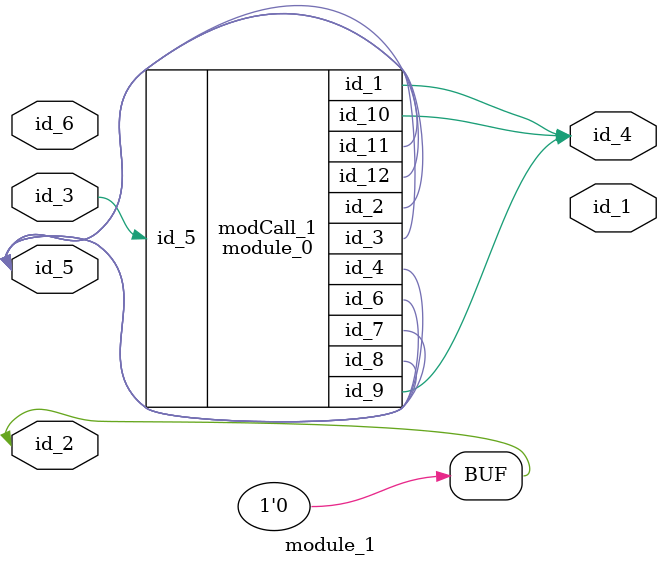
<source format=v>
module module_0 (
    id_1,
    id_2,
    id_3,
    id_4,
    id_5,
    id_6,
    id_7,
    id_8,
    id_9,
    id_10,
    id_11,
    id_12
);
  inout wire id_12;
  inout wire id_11;
  output wire id_10;
  output wire id_9;
  output wire id_8;
  output wire id_7;
  inout wire id_6;
  input wire id_5;
  inout wire id_4;
  inout wire id_3;
  inout wire id_2;
  output wire id_1;
  wire id_13;
endmodule
module module_1 (
    id_1,
    id_2,
    id_3,
    id_4,
    id_5,
    id_6
);
  input wire id_6;
  inout wire id_5;
  output wire id_4;
  input wire id_3;
  input wire id_2;
  output wire id_1;
  assign {id_2, 1} = id_2;
  module_0 modCall_1 (
      id_4,
      id_5,
      id_5,
      id_5,
      id_3,
      id_5,
      id_5,
      id_5,
      id_4,
      id_4,
      id_5,
      id_5
  );
endmodule

</source>
